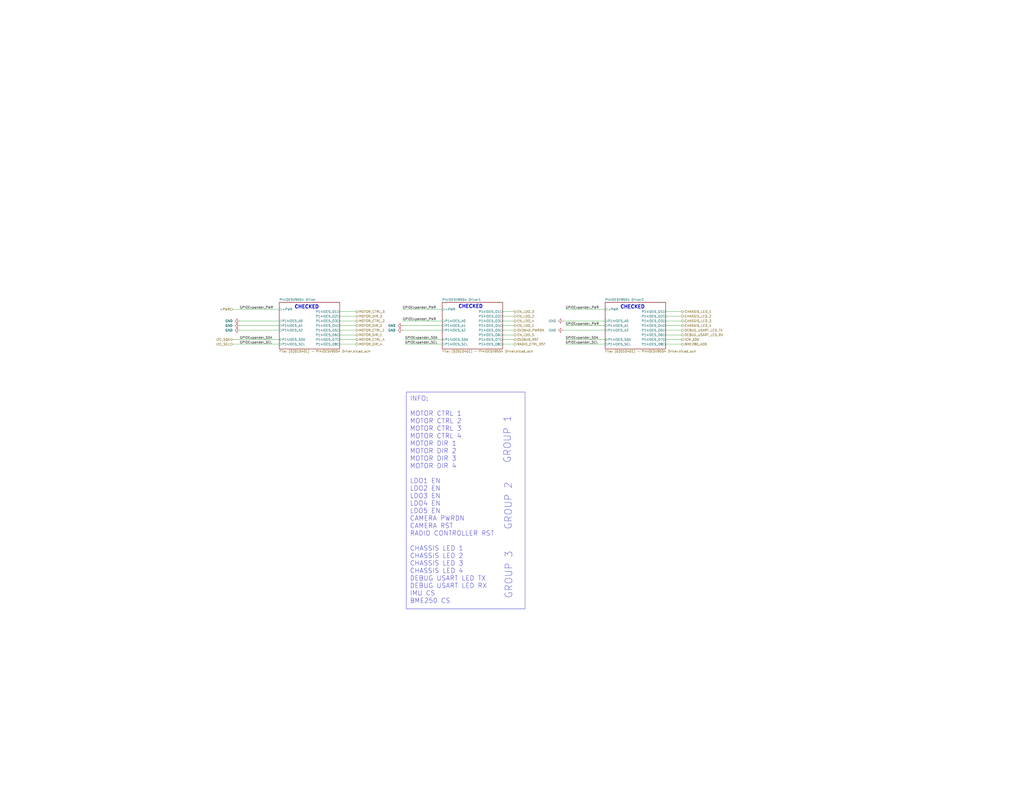
<source format=kicad_sch>
(kicad_sch (version 20231120) (generator "eeschema") (generator_version "8.0")
  (paper "C")
  (title_block (title "_HW_Quadcopter") (date "2024-03-27") (rev "01") (company "Mend0z0") (comment 1 "01") (comment 2 "RELEASED") (comment 3 "Siavash Taher Parvar") (comment 8 "N/A") (comment 9 "First Version"))
  (lib_symbols
    (symbol "power:GND" (power) (pin_numbers hide) (pin_names (offset 0) hide)
      (property "Value" "GND" (at 0 -3.81 0))
      (symbol "GND_0_1"
        (polyline (pts (xy 0 0) (xy 0 -1.27) (xy 1.27 -1.27) (xy 0 -2.54) (xy -1.27 -1.27) (xy 0 -1.27)))
      )
      (symbol "GND_1_1"
        (pin power_in line (at 0 0 270) (length 0) (name "~") (number "1"))
      )
    )
  )
  (wire (pts (xy 308.61 168.91) (xy 330.2 168.91)))
  (wire (pts (xy 274.32 170.18) (xy 280.67 170.18)))
  (wire (pts (xy 363.22 170.18) (xy 372.11 170.18)))
  (wire (pts (xy 307.34 180.34) (xy 330.2 180.34)))
  (wire (pts (xy 127 168.91) (xy 152.4 168.91)))
  (wire (pts (xy 363.22 177.8) (xy 372.11 177.8)))
  (wire (pts (xy 308.61 187.96) (xy 330.2 187.96)))
  (wire (pts (xy 185.42 172.72) (xy 194.31 172.72)))
  (wire (pts (xy 363.22 172.72) (xy 372.11 172.72)))
  (wire (pts (xy 363.22 185.42) (xy 372.11 185.42)))
  (wire (pts (xy 220.98 185.42) (xy 241.3 185.42)))
  (wire (pts (xy 130.81 180.34) (xy 152.4 180.34)))
  (wire (pts (xy 274.32 175.26) (xy 280.67 175.26)))
  (wire (pts (xy 219.71 177.8) (xy 241.3 177.8)))
  (wire (pts (xy 185.42 177.8) (xy 194.31 177.8)))
  (wire (pts (xy 274.32 180.34) (xy 280.67 180.34)))
  (wire (pts (xy 363.22 187.96) (xy 372.11 187.96)))
  (wire (pts (xy 185.42 180.34) (xy 194.31 180.34)))
  (wire (pts (xy 130.81 175.26) (xy 152.4 175.26)))
  (wire (pts (xy 219.71 168.91) (xy 241.3 168.91)))
  (wire (pts (xy 363.22 180.34) (xy 372.11 180.34)))
  (wire (pts (xy 274.32 182.88) (xy 280.67 182.88)))
  (wire (pts (xy 308.61 185.42) (xy 330.2 185.42)))
  (wire (pts (xy 363.22 175.26) (xy 372.11 175.26)))
  (wire (pts (xy 307.34 175.26) (xy 330.2 175.26)))
  (wire (pts (xy 363.22 182.88) (xy 372.11 182.88)))
  (wire (pts (xy 185.42 187.96) (xy 194.31 187.96)))
  (wire (pts (xy 185.42 170.18) (xy 194.31 170.18)))
  (wire (pts (xy 274.32 172.72) (xy 280.67 172.72)))
  (wire (pts (xy 308.61 177.8) (xy 330.2 177.8)))
  (wire (pts (xy 220.98 187.96) (xy 241.3 187.96)))
  (wire (pts (xy 127 185.42) (xy 152.4 185.42)))
  (wire (pts (xy 185.42 182.88) (xy 194.31 182.88)))
  (wire (pts (xy 274.32 185.42) (xy 280.67 185.42)))
  (wire (pts (xy 185.42 175.26) (xy 194.31 175.26)))
  (wire (pts (xy 219.71 180.34) (xy 241.3 180.34)))
  (wire (pts (xy 274.32 187.96) (xy 280.67 187.96)))
  (wire (pts (xy 185.42 185.42) (xy 194.31 185.42)))
  (wire (pts (xy 127 187.96) (xy 152.4 187.96)))
  (wire (pts (xy 130.81 177.8) (xy 152.4 177.8)))
  (wire (pts (xy 274.32 177.8) (xy 280.67 177.8)))
  (wire (pts (xy 219.71 175.26) (xy 241.3 175.26)))
  (text_box "INFO:\n\nMOTOR CTRL 1\nMOTOR CTRL 2\nMOTOR CTRL 3\nMOTOR CTRL 4\nMOTOR DIR 1\nMOTOR DIR 2\nMOTOR DIR 3\nMOTOR DIR 4\n\nLDO1 EN\nLDO2 EN\nLDO3 EN\nLDO4 EN\nLDO5 EN\nCAMERA PWRDN\nCAMERA RST\nRADIO CONTROLLER RST\n\nCHASSIS LED 1\nCHASSIS LED 2\nCHASSIS LED 3\nCHASSIS LED 4\nDEBUG USART LED TX\nDEBUG USART LED RX\nIMU CS\nBME250 CS" (at 221.742 214.122 0) (size 64.77 118.364) (effects (font (size 2.54 2.54)) (justify left top)))
  (text "CHECKED" (at 167.386 167.64 0) (effects (font (size 1.905 1.905) (thickness 0.381) (bold yes))))
  (text "GROUP 3" (at 277.622 313.944 90) (effects (font (size 3.81 3.81))))
  (text "CHECKED" (at 345.186 167.64 0) (effects (font (size 1.905 1.905) (thickness 0.381) (bold yes))))
  (text "GROUP 2" (at 277.368 276.352 90) (effects (font (size 3.81 3.81))))
  (text "CHECKED" (at 256.794 167.386 0) (effects (font (size 1.905 1.905) (thickness 0.381) (bold yes))))
  (text "GROUP 1" (at 276.86 240.03 90) (effects (font (size 3.81 3.81))))
  (label "GPIOExpander_PWR" (at 308.61 177.8 0))
  (label "GPIOExpander_PWR" (at 219.71 168.91 0))
  (label "GPIOExpander_SDA" (at 308.61 185.42 0))
  (label "GPIOExpander_PWR" (at 308.61 168.91 0))
  (label "GPIOExpander_SDA" (at 220.98 185.42 0))
  (label "GPIOExpander_PWR" (at 130.81 168.91 0))
  (label "GPIOExpander_SCL" (at 308.61 187.96 0))
  (label "GPIOExpander_PWR" (at 219.71 175.26 0))
  (label "GPIOExpander_SCL" (at 130.81 187.96 0))
  (label "GPIOExpander_SDA" (at 130.81 185.42 0))
  (label "GPIOExpander_SCL" (at 220.98 187.96 0))
  (hierarchical_label "DEBUG_USART_LED_RX" (shape output) (at 372.11 182.88 0))
  (hierarchical_label "MOTOR_CTRL_1" (shape output) (at 194.31 180.34 0))
  (hierarchical_label "MOTOR_CTRL_4" (shape output) (at 194.31 185.42 0))
  (hierarchical_label "EN_LDO_5" (shape output) (at 280.67 182.88 0))
  (hierarchical_label "EN_LDO_4" (shape output) (at 280.67 175.26 0))
  (hierarchical_label "MOTOR_CTRL_2" (shape output) (at 194.31 175.26 0))
  (hierarchical_label "OV2640_RST" (shape output) (at 280.67 185.42 0))
  (hierarchical_label "MOTOR_CTRL_3" (shape output) (at 194.31 170.18 0))
  (hierarchical_label "CHASSIS_LED_2" (shape output) (at 372.11 172.72 0))
  (hierarchical_label "DEBUG_USART_LED_TX" (shape output) (at 372.11 180.34 0))
  (hierarchical_label "ICM_AD0" (shape output) (at 372.11 185.42 0))
  (hierarchical_label "+PWR" (shape input) (at 127 168.91 180))
  (hierarchical_label "BME280_AD0" (shape output) (at 372.11 187.96 0))
  (hierarchical_label "MOTOR_DIR_2" (shape output) (at 194.31 177.8 0))
  (hierarchical_label "CHASSIS_LED_1" (shape output) (at 372.11 170.18 0))
  (hierarchical_label "MOTOR_DIR_4" (shape output) (at 194.31 187.96 0))
  (hierarchical_label "MOTOR_DIR_3" (shape output) (at 194.31 172.72 0))
  (hierarchical_label "EN_LDO_3" (shape output) (at 280.67 170.18 0))
  (hierarchical_label "EN_LDO_2" (shape output) (at 280.67 172.72 0))
  (hierarchical_label "CHASSIS_LED_3" (shape output) (at 372.11 175.26 0))
  (hierarchical_label "MOTOR_DIR_1" (shape output) (at 194.31 182.88 0))
  (hierarchical_label "CHASSIS_LED_4" (shape output) (at 372.11 177.8 0))
  (hierarchical_label "RADIO_CTRL_RST" (shape output) (at 280.67 187.96 0))
  (hierarchical_label "I2C_SCL" (shape input) (at 127 187.96 180))
  (hierarchical_label "OV2640_PWRDN" (shape output) (at 280.67 180.34 0))
  (hierarchical_label "EN_LDO_1" (shape output) (at 280.67 177.8 0))
  (hierarchical_label "I2C_SDA" (shape bidirectional) (at 127 185.42 180))
  (symbol (lib_id "power:GND") (at 130.81 177.8 270) (unit 1)
    (property "Reference" "#PWR0902" (effects (hide yes)))
    (property "Value" "GND" (at 127 177.7999 90) (effects (justify right)))
    (property "Description" "Power symbol creates a global label with name \"GND\" , ground" (effects (hide yes)))
  )
  (symbol (lib_id "power:GND") (at 219.71 180.34 270) (unit 1)
    (property "Reference" "#PWR0905" (effects (hide yes)))
    (property "Value" "GND" (at 215.9 180.3399 90) (effects (justify right)))
    (property "Description" "Power symbol creates a global label with name \"GND\" , ground" (effects (hide yes)))
  )
  (symbol (lib_id "power:GND") (at 130.81 180.34 270) (unit 1)
    (property "Reference" "#PWR0903" (effects (hide yes)))
    (property "Value" "GND" (at 127 180.3399 90) (effects (justify right)))
    (property "Description" "Power symbol creates a global label with name \"GND\" , ground" (effects (hide yes)))
  )
  (symbol (lib_id "power:GND") (at 307.34 175.26 270) (unit 1)
    (property "Reference" "#PWR0906" (effects (hide yes)))
    (property "Value" "GND" (at 303.53 175.2599 90) (effects (justify right)))
    (property "Description" "Power symbol creates a global label with name \"GND\" , ground" (effects (hide yes)))
  )
  (symbol (lib_id "power:GND") (at 307.34 180.34 270) (unit 1)
    (property "Reference" "#PWR0907" (effects (hide yes)))
    (property "Value" "GND" (at 303.53 180.3399 90) (effects (justify right)))
    (property "Description" "Power symbol creates a global label with name \"GND\" , ground" (effects (hide yes)))
  )
  (symbol (lib_id "power:GND") (at 219.71 177.8 270) (unit 1)
    (property "Reference" "#PWR0904" (effects (hide yes)))
    (property "Value" "GND" (at 215.9 177.7999 90) (effects (justify right)))
    (property "Description" "Power symbol creates a global label with name \"GND\" , ground" (effects (hide yes)))
  )
  (symbol (lib_id "power:GND") (at 130.81 175.26 270) (unit 1)
    (property "Reference" "#PWR0901" (effects (hide yes)))
    (property "Value" "GND" (at 127 175.2599 90) (effects (justify right)))
    (property "Description" "Power symbol creates a global label with name \"GND\" , ground" (effects (hide yes)))
  )
  (sheet (at 152.4 165.1) (size 33.02 25.4) (stroke (width 0.1524))
    (property "Sheetname" "PI4IOE5V9554 Driver" (at 152.4 164.3884 0) (effects (justify left bottom)))
    (property "Sheetfile" "[02010401] - PI4IOE5V9554 Driver.kicad_sch" (at 152.4 191.0846 0) (effects (justify left top)))
    (pin "P14IOE5_O5" output (at 185.42 180.34 0))
    (pin "P14IOE5_O4" output (at 185.42 177.8 0))
    (pin "P14IOE5_O7" output (at 185.42 185.42 0))
    (pin "P14IOE5_SCL" input (at 152.4 187.96 180))
    (pin "P14IOE5_A2" input (at 152.4 180.34 180))
    (pin "P14IOE5_A1" input (at 152.4 177.8 180))
    (pin "P14IOE5_A0" input (at 152.4 175.26 180))
    (pin "P14IOE5_O1" output (at 185.42 170.18 0))
    (pin "P14IOE5_O2" output (at 185.42 172.72 0))
    (pin "P14IOE5_O8" output (at 185.42 187.96 0))
    (pin "P14IOE5_O6" output (at 185.42 182.88 0))
    (pin "P14IOE5_O3" output (at 185.42 175.26 0))
    (pin "P14IOE5_SDA" bidirectional (at 152.4 185.42 180))
    (pin "+PWR" input (at 152.4 168.91 180))
  )
  (sheet (at 241.3 165.1) (size 33.02 25.4) (stroke (width 0.1524))
    (property "Sheetname" "PI4IOE5V9554 Driver1" (at 241.3 164.3884 0) (effects (justify left bottom)))
    (property "Sheetfile" "[02010401] - PI4IOE5V9554 Driver.kicad_sch" (at 241.3 191.0846 0) (effects (justify left top)))
    (pin "P14IOE5_O5" output (at 274.32 180.34 0))
    (pin "P14IOE5_O4" output (at 274.32 177.8 0))
    (pin "P14IOE5_O7" output (at 274.32 185.42 0))
    (pin "P14IOE5_SCL" input (at 241.3 187.96 180))
    (pin "P14IOE5_A2" input (at 241.3 180.34 180))
    (pin "P14IOE5_A1" input (at 241.3 177.8 180))
    (pin "P14IOE5_A0" input (at 241.3 175.26 180))
    (pin "P14IOE5_O1" output (at 274.32 170.18 0))
    (pin "P14IOE5_O2" output (at 274.32 172.72 0))
    (pin "P14IOE5_O8" output (at 274.32 187.96 0))
    (pin "P14IOE5_O6" output (at 274.32 182.88 0))
    (pin "P14IOE5_O3" output (at 274.32 175.26 0))
    (pin "P14IOE5_SDA" bidirectional (at 241.3 185.42 180))
    (pin "+PWR" input (at 241.3 168.91 180))
  )
  (sheet (at 330.2 165.1) (size 33.02 25.4) (stroke (width 0.1524))
    (property "Sheetname" "PI4IOE5V9554 Driver2" (at 330.2 164.3884 0) (effects (justify left bottom)))
    (property "Sheetfile" "[02010401] - PI4IOE5V9554 Driver.kicad_sch" (at 330.2 191.0846 0) (effects (justify left top)))
    (pin "P14IOE5_O5" output (at 363.22 180.34 0))
    (pin "P14IOE5_O4" output (at 363.22 177.8 0))
    (pin "P14IOE5_O7" output (at 363.22 185.42 0))
    (pin "P14IOE5_SCL" input (at 330.2 187.96 180))
    (pin "P14IOE5_A2" input (at 330.2 180.34 180))
    (pin "P14IOE5_A1" input (at 330.2 177.8 180))
    (pin "P14IOE5_A0" input (at 330.2 175.26 180))
    (pin "P14IOE5_O1" output (at 363.22 170.18 0))
    (pin "P14IOE5_O2" output (at 363.22 172.72 0))
    (pin "P14IOE5_O8" output (at 363.22 187.96 0))
    (pin "P14IOE5_O6" output (at 363.22 182.88 0))
    (pin "P14IOE5_O3" output (at 363.22 175.26 0))
    (pin "P14IOE5_SDA" bidirectional (at 330.2 185.42 180))
    (pin "+PWR" input (at 330.2 168.91 180))
  )
)
</source>
